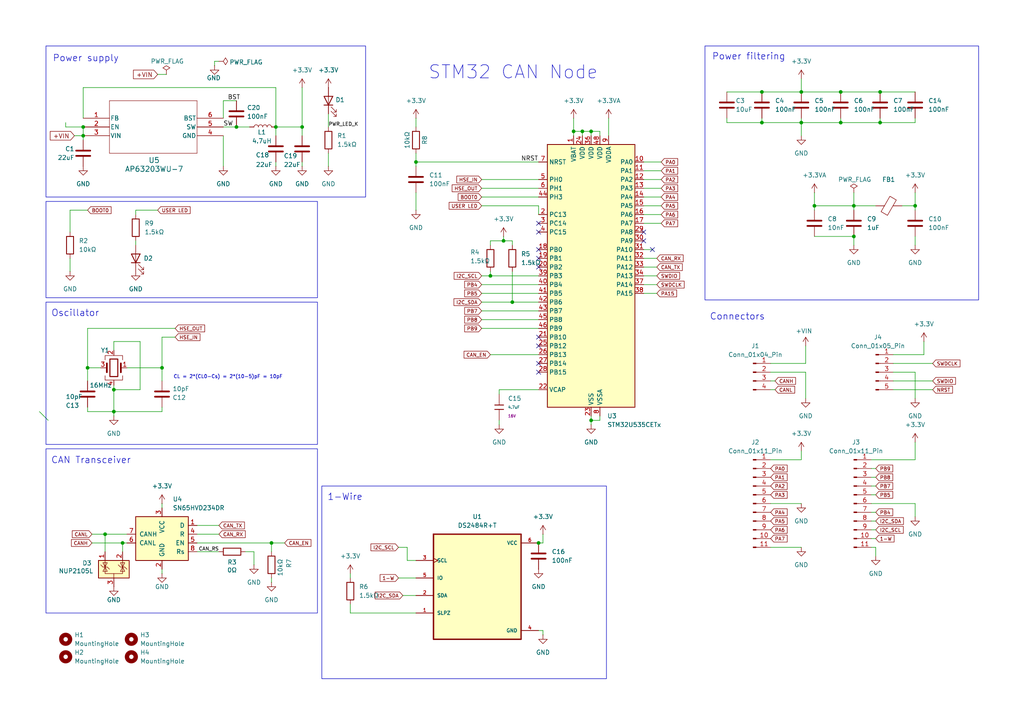
<source format=kicad_sch>
(kicad_sch (version 20250114) (generator "eeschema") (generator_version "9.0")
  (paper "A4")
  (title_block (title "STM32 CAN Node") (date "2025-05-11"))
  (rectangle (start 13.335 130.175) (end 92.075 177.8))
  (rectangle (start 13.335 13.335) (end 106.045 57.15))
  (rectangle (start 13.335 58.42) (end 92.075 86.36))
  (rectangle (start 13.335 87.63) (end 92.075 128.905))
  (rectangle (start 93.345 140.97) (end 175.895 196.85))
  (rectangle (start 204.47 13.335) (end 283.845 86.995))
  (text "CL = 2*(CL0-Cs) = 2*(10-5)pF = 10pF" (at 50.292 109.982 0) (effects (font (size 1 1)) (justify left bottom)))
  (text "STM32 CAN Node" (at 148.844 21.082 0) (effects (font (size 3.81 3.81))))
  (text "Oscillator" (at 21.844 90.932 0) (effects (font (size 1.905 1.905))))
  (text "Power filtering" (at 217.17 16.51 0) (effects (font (size 1.905 1.905))))
  (text "1-Wire" (at 100.076 144.272 0) (effects (font (size 1.905 1.905))))
  (text "Connectors" (at 213.868 91.948 0) (effects (font (size 1.905 1.905))))
  (text "Power supply" (at 24.892 17.018 0) (effects (font (size 1.905 1.905))))
  (text "CAN Transceiver" (at 26.416 133.604 0) (effects (font (size 1.905 1.905))))
  (junction (at 30.48 154.94))
  (junction (at 168.91 38.1))
  (junction (at 33.02 113.03))
  (junction (at 255.27 35.56))
  (junction (at 247.65 59.69))
  (junction (at 120.65 46.99))
  (junction (at 80.01 36.83))
  (junction (at 166.37 38.1))
  (junction (at 171.45 121.92))
  (junction (at 220.98 26.67))
  (junction (at 142.24 80.01))
  (junction (at 78.74 157.48))
  (junction (at 243.84 26.67))
  (junction (at 35.56 157.48))
  (junction (at 171.45 38.1))
  (junction (at 46.99 106.68))
  (junction (at 247.65 68.58))
  (junction (at 265.43 59.69))
  (junction (at 146.05 69.85))
  (junction (at 255.27 26.67))
  (junction (at 24.13 36.83))
  (junction (at 232.41 35.56))
  (junction (at 236.22 59.69))
  (junction (at 68.58 36.83))
  (junction (at 24.13 39.37))
  (junction (at 220.98 35.56))
  (junction (at 25.4 106.68))
  (junction (at 148.59 87.63))
  (junction (at 156.21 157.48))
  (junction (at 232.41 26.67))
  (junction (at 243.84 35.56))
  (junction (at 33.02 119.38))
  (junction (at 87.63 36.83))
  (no_connect (at 186.69 69.85))
  (no_connect (at 156.21 100.33))
  (no_connect (at 156.21 77.47))
  (no_connect (at 156.21 72.39))
  (no_connect (at 156.21 64.77))
  (no_connect (at 156.21 107.95))
  (no_connect (at 186.69 67.31))
  (no_connect (at 156.21 67.31))
  (no_connect (at 156.21 74.93))
  (no_connect (at 189.23 72.39))
  (no_connect (at 156.21 105.41))
  (no_connect (at 156.21 97.79))
  (bus_entry (at 11.43 119.38) (size 2.54 2.54))
  (wire (pts (xy 236.22 59.69) (xy 247.65 59.69)))
  (wire (pts (xy 265.43 68.58) (xy 265.43 71.12)))
  (wire (pts (xy 233.68 105.41) (xy 233.68 100.33)))
  (wire (pts (xy 142.24 69.85) (xy 146.05 69.85)))
  (wire (pts (xy 139.7 85.09) (xy 156.21 85.09)))
  (wire (pts (xy 265.43 35.56) (xy 255.27 35.56)))
  (wire (pts (xy 186.69 72.39) (xy 189.23 72.39)))
  (wire (pts (xy 139.7 87.63) (xy 148.59 87.63)))
  (wire (pts (xy 115.57 158.75) (xy 118.11 158.75)))
  (wire (pts (xy 80.01 48.26) (xy 80.01 46.99)))
  (wire (pts (xy 243.84 34.29) (xy 243.84 35.56)))
  (wire (pts (xy 33.02 113.03) (xy 33.02 119.38)))
  (wire (pts (xy 39.37 60.96) (xy 45.72 60.96)))
  (wire (pts (xy 64.77 39.37) (xy 64.77 48.26)))
  (wire (pts (xy 186.69 85.09) (xy 190.5 85.09)))
  (wire (pts (xy 252.73 140.97) (xy 254 140.97)))
  (wire (pts (xy 232.41 26.67) (xy 243.84 26.67)))
  (wire (pts (xy 57.15 154.94) (xy 63.5 154.94)))
  (wire (pts (xy 19.05 36.83) (xy 19.05 35.56)))
  (wire (pts (xy 20.32 67.31) (xy 20.32 60.96)))
  (wire (pts (xy 25.4 106.68) (xy 25.4 110.49)))
  (wire (pts (xy 265.43 55.88) (xy 265.43 59.69)))
  (wire (pts (xy 173.99 121.92) (xy 171.45 121.92)))
  (wire (pts (xy 191.77 49.53) (xy 186.69 49.53)))
  (wire (pts (xy 156.21 182.88) (xy 157.48 182.88)))
  (wire (pts (xy 223.52 110.49) (xy 224.79 110.49)))
  (wire (pts (xy 46.99 119.38) (xy 33.02 119.38)))
  (wire (pts (xy 191.77 52.07) (xy 186.69 52.07)))
  (wire (pts (xy 252.73 138.43) (xy 254 138.43)))
  (wire (pts (xy 24.13 36.83) (xy 24.13 39.37)))
  (wire (pts (xy 87.63 39.37) (xy 87.63 36.83)))
  (wire (pts (xy 139.7 90.17) (xy 156.21 90.17)))
  (wire (pts (xy 120.65 46.99) (xy 120.65 48.26)))
  (wire (pts (xy 191.77 54.61) (xy 186.69 54.61)))
  (wire (pts (xy 68.58 36.83) (xy 72.39 36.83)))
  (wire (pts (xy 186.69 82.55) (xy 190.5 82.55)))
  (wire (pts (xy 232.41 34.29) (xy 232.41 35.56)))
  (wire (pts (xy 25.4 106.68) (xy 25.4 95.25)))
  (wire (pts (xy 247.65 55.88) (xy 247.65 59.69)))
  (wire (pts (xy 223.52 107.95) (xy 233.68 107.95)))
  (wire (pts (xy 252.73 158.75) (xy 254 158.75)))
  (wire (pts (xy 232.41 130.81) (xy 232.41 133.35)))
  (wire (pts (xy 171.45 121.92) (xy 171.45 123.19)))
  (wire (pts (xy 35.56 157.48) (xy 35.56 160.02)))
  (wire (pts (xy 236.22 55.88) (xy 236.22 59.69)))
  (wire (pts (xy 144.78 121.92) (xy 144.78 123.19)))
  (wire (pts (xy 139.7 82.55) (xy 156.21 82.55)))
  (wire (pts (xy 45.72 21.59) (xy 48.26 21.59)))
  (wire (pts (xy 232.41 35.56) (xy 220.98 35.56)))
  (wire (pts (xy 265.43 107.95) (xy 265.43 115.57)))
  (wire (pts (xy 186.69 77.47) (xy 190.5 77.47)))
  (wire (pts (xy 25.4 95.25) (xy 50.8 95.25)))
  (wire (pts (xy 186.69 80.01) (xy 190.5 80.01)))
  (wire (pts (xy 40.64 99.06) (xy 40.64 113.03)))
  (wire (pts (xy 118.11 158.75) (xy 118.11 162.56)))
  (wire (pts (xy 267.97 102.87) (xy 267.97 99.06)))
  (wire (pts (xy 252.73 143.51) (xy 254 143.51)))
  (wire (pts (xy 171.45 120.65) (xy 171.45 121.92)))
  (wire (pts (xy 255.27 26.67) (xy 265.43 26.67)))
  (wire (pts (xy 171.45 38.1) (xy 171.45 39.37)))
  (wire (pts (xy 255.27 35.56) (xy 255.27 34.29)))
  (wire (pts (xy 40.64 113.03) (xy 33.02 113.03)))
  (wire (pts (xy 46.99 166.37) (xy 46.99 165.1)))
  (wire (pts (xy 223.52 105.41) (xy 233.68 105.41)))
  (wire (pts (xy 261.62 59.69) (xy 265.43 59.69)))
  (wire (pts (xy 21.59 39.37) (xy 24.13 39.37)))
  (wire (pts (xy 120.65 44.45) (xy 120.65 46.99)))
  (wire (pts (xy 265.43 146.05) (xy 265.43 149.86)))
  (wire (pts (xy 232.41 22.86) (xy 232.41 26.67)))
  (wire (pts (xy 78.74 157.48) (xy 82.55 157.48)))
  (wire (pts (xy 39.37 62.23) (xy 39.37 60.96)))
  (wire (pts (xy 232.41 39.37) (xy 232.41 35.56)))
  (wire (pts (xy 80.01 39.37) (xy 80.01 36.83)))
  (wire (pts (xy 64.77 29.21) (xy 64.77 34.29)))
  (wire (pts (xy 101.6 166.37) (xy 101.6 167.64)))
  (wire (pts (xy 191.77 59.69) (xy 186.69 59.69)))
  (wire (pts (xy 220.98 34.29) (xy 220.98 35.56)))
  (wire (pts (xy 168.91 38.1) (xy 171.45 38.1)))
  (wire (pts (xy 259.08 102.87) (xy 267.97 102.87)))
  (wire (pts (xy 30.48 154.94) (xy 36.83 154.94)))
  (wire (pts (xy 233.68 107.95) (xy 233.68 115.57)))
  (wire (pts (xy 148.59 69.85) (xy 148.59 71.12)))
  (wire (pts (xy 80.01 36.83) (xy 87.63 36.83)))
  (wire (pts (xy 191.77 46.99) (xy 186.69 46.99)))
  (wire (pts (xy 57.15 160.02) (xy 63.5 160.02)))
  (wire (pts (xy 64.77 29.21) (xy 68.58 29.21)))
  (wire (pts (xy 80.01 36.83) (xy 80.01 25.4)))
  (wire (pts (xy 265.43 133.35) (xy 265.43 128.27)))
  (wire (pts (xy 139.7 80.01) (xy 142.24 80.01)))
  (wire (pts (xy 116.84 172.72) (xy 120.65 172.72)))
  (wire (pts (xy 144.78 113.03) (xy 144.78 114.3)))
  (wire (pts (xy 166.37 39.37) (xy 166.37 38.1)))
  (wire (pts (xy 33.02 119.38) (xy 33.02 120.65)))
  (wire (pts (xy 157.48 157.48) (xy 157.48 154.94)))
  (wire (pts (xy 87.63 48.26) (xy 87.63 46.99)))
  (wire (pts (xy 139.7 52.07) (xy 156.21 52.07)))
  (wire (pts (xy 24.13 40.64) (xy 24.13 39.37)))
  (wire (pts (xy 46.99 147.32) (xy 46.99 146.05)))
  (wire (pts (xy 78.74 157.48) (xy 78.74 160.02)))
  (wire (pts (xy 46.99 106.68) (xy 36.83 106.68)))
  (wire (pts (xy 220.98 26.67) (xy 232.41 26.67)))
  (wire (pts (xy 29.21 106.68) (xy 25.4 106.68)))
  (wire (pts (xy 101.6 177.8) (xy 120.65 177.8)))
  (wire (pts (xy 252.73 153.67) (xy 254 153.67)))
  (wire (pts (xy 157.48 157.48) (xy 156.21 157.48)))
  (wire (pts (xy 30.48 154.94) (xy 30.48 160.02)))
  (wire (pts (xy 24.13 36.83) (xy 19.05 36.83)))
  (wire (pts (xy 142.24 102.87) (xy 156.21 102.87)))
  (wire (pts (xy 46.99 97.79) (xy 50.8 97.79)))
  (wire (pts (xy 101.6 175.26) (xy 101.6 177.8)))
  (wire (pts (xy 73.66 160.02) (xy 73.66 163.83)))
  (wire (pts (xy 252.73 133.35) (xy 265.43 133.35)))
  (wire (pts (xy 232.41 133.35) (xy 223.52 133.35)))
  (wire (pts (xy 236.22 60.96) (xy 236.22 59.69)))
  (wire (pts (xy 62.23 17.78) (xy 62.23 19.05)))
  (wire (pts (xy 33.02 101.6) (xy 33.02 99.06)))
  (wire (pts (xy 63.5 17.78) (xy 62.23 17.78)))
  (wire (pts (xy 120.65 46.99) (xy 156.21 46.99)))
  (wire (pts (xy 223.52 158.75) (xy 232.41 158.75)))
  (wire (pts (xy 142.24 71.12) (xy 142.24 69.85)))
  (wire (pts (xy 186.69 74.93) (xy 190.5 74.93)))
  (wire (pts (xy 166.37 38.1) (xy 168.91 38.1)))
  (wire (pts (xy 236.22 68.58) (xy 247.65 68.58)))
  (wire (pts (xy 223.52 146.05) (xy 232.41 146.05)))
  (wire (pts (xy 191.77 57.15) (xy 186.69 57.15)))
  (wire (pts (xy 247.65 60.96) (xy 247.65 59.69)))
  (wire (pts (xy 265.43 59.69) (xy 265.43 60.96)))
  (wire (pts (xy 265.43 107.95) (xy 259.08 107.95)))
  (wire (pts (xy 259.08 105.41) (xy 270.51 105.41)))
  (wire (pts (xy 118.11 162.56) (xy 120.65 162.56)))
  (wire (pts (xy 259.08 113.03) (xy 270.51 113.03)))
  (wire (pts (xy 139.7 95.25) (xy 156.21 95.25)))
  (wire (pts (xy 148.59 78.74) (xy 148.59 87.63)))
  (wire (pts (xy 142.24 80.01) (xy 156.21 80.01)))
  (wire (pts (xy 247.65 71.12) (xy 247.65 68.58)))
  (wire (pts (xy 156.21 59.69) (xy 156.21 62.23)))
  (wire (pts (xy 24.13 25.4) (xy 24.13 34.29)))
  (wire (pts (xy 20.32 74.93) (xy 20.32 78.74)))
  (wire (pts (xy 243.84 26.67) (xy 255.27 26.67)))
  (wire (pts (xy 26.67 157.48) (xy 35.56 157.48)))
  (wire (pts (xy 210.82 35.56) (xy 220.98 35.56)))
  (wire (pts (xy 71.12 160.02) (xy 73.66 160.02)))
  (wire (pts (xy 46.99 106.68) (xy 46.99 110.49)))
  (wire (pts (xy 95.25 33.02) (xy 95.25 36.83)))
  (wire (pts (xy 120.65 55.88) (xy 120.65 60.96)))
  (wire (pts (xy 148.59 69.85) (xy 146.05 69.85)))
  (wire (pts (xy 146.05 68.58) (xy 146.05 69.85)))
  (wire (pts (xy 46.99 118.11) (xy 46.99 119.38)))
  (wire (pts (xy 191.77 62.23) (xy 186.69 62.23)))
  (wire (pts (xy 20.32 60.96) (xy 25.4 60.96)))
  (wire (pts (xy 26.67 154.94) (xy 30.48 154.94)))
  (wire (pts (xy 252.73 135.89) (xy 254 135.89)))
  (wire (pts (xy 210.82 26.67) (xy 220.98 26.67)))
  (wire (pts (xy 252.73 148.59) (xy 254 148.59)))
  (wire (pts (xy 139.7 57.15) (xy 156.21 57.15)))
  (wire (pts (xy 33.02 99.06) (xy 40.64 99.06)))
  (wire (pts (xy 259.08 110.49) (xy 270.51 110.49)))
  (wire (pts (xy 87.63 25.4) (xy 87.63 36.83)))
  (wire (pts (xy 252.73 156.21) (xy 254 156.21)))
  (wire (pts (xy 210.82 34.29) (xy 210.82 35.56)))
  (wire (pts (xy 223.52 113.03) (xy 224.79 113.03)))
  (wire (pts (xy 57.15 152.4) (xy 63.5 152.4)))
  (wire (pts (xy 142.24 78.74) (xy 142.24 80.01)))
  (wire (pts (xy 247.65 59.69) (xy 254 59.69)))
  (wire (pts (xy 139.7 92.71) (xy 156.21 92.71)))
  (wire (pts (xy 173.99 38.1) (xy 173.99 39.37)))
  (wire (pts (xy 168.91 38.1) (xy 168.91 39.37)))
  (wire (pts (xy 252.73 151.13) (xy 254 151.13)))
  (wire (pts (xy 265.43 34.29) (xy 265.43 35.56)))
  (wire (pts (xy 176.53 34.29) (xy 176.53 39.37)))
  (wire (pts (xy 243.84 35.56) (xy 255.27 35.56)))
  (wire (pts (xy 254 158.75) (xy 254 161.29)))
  (wire (pts (xy 156.21 113.03) (xy 144.78 113.03)))
  (wire (pts (xy 166.37 34.29) (xy 166.37 38.1)))
  (wire (pts (xy 115.57 167.64) (xy 120.65 167.64)))
  (wire (pts (xy 33.02 113.03) (xy 33.02 111.76)))
  (wire (pts (xy 252.73 146.05) (xy 265.43 146.05)))
  (wire (pts (xy 33.02 119.38) (xy 25.4 119.38)))
  (wire (pts (xy 139.7 59.69) (xy 156.21 59.69)))
  (wire (pts (xy 148.59 87.63) (xy 156.21 87.63)))
  (wire (pts (xy 157.48 182.88) (xy 157.48 184.15)))
  (wire (pts (xy 191.77 64.77) (xy 186.69 64.77)))
  (wire (pts (xy 95.25 48.26) (xy 95.25 44.45)))
  (wire (pts (xy 46.99 97.79) (xy 46.99 106.68)))
  (wire (pts (xy 171.45 38.1) (xy 173.99 38.1)))
  (wire (pts (xy 64.77 36.83) (xy 68.58 36.83)))
  (wire (pts (xy 57.15 157.48) (xy 78.74 157.48)))
  (wire (pts (xy 120.65 34.29) (xy 120.65 36.83)))
  (wire (pts (xy 173.99 120.65) (xy 173.99 121.92)))
  (wire (pts (xy 139.7 54.61) (xy 156.21 54.61)))
  (wire (pts (xy 25.4 119.38) (xy 25.4 118.11)))
  (wire (pts (xy 80.01 25.4) (xy 24.13 25.4)))
  (wire (pts (xy 36.83 157.48) (xy 35.56 157.48)))
  (wire (pts (xy 232.41 35.56) (xy 243.84 35.56)))
  (wire (pts (xy 78.74 167.64) (xy 78.74 168.91)))
  (wire (pts (xy 39.37 69.85) (xy 39.37 71.12)))
  (label "PWR_LED_K" (at 95.25 36.83 0) (effects (font (size 1.016 1.016))))
  (label "NRST" (at 151.13 46.99 0))
  (label "SW" (at 64.77 36.83 0))
  (label "CAN_RS" (at 63.5 160.02 180) (effects (font (size 1.016 1.016))))
  (label "BST" (at 66.04 29.21 0))
  (global_label "PB7" (shape input) (at 254 140.97 0) (effects (font (size 1.016 1.016))) (property "Intersheetrefs" "${INTERSHEET_REFS}" (effects (hide yes))))
  (global_label "PA1" (shape input) (at 223.52 138.43 0) (effects (font (size 1.016 1.016))) (property "Intersheetrefs" "${INTERSHEET_REFS}" (effects (hide yes))))
  (global_label "CAN_TX" (shape input) (at 190.5 77.47 0) (effects (font (size 1.016 1.016))) (property "Intersheetrefs" "${INTERSHEET_REFS}" (effects (hide yes))))
  (global_label "I2C_SCL" (shape input) (at 115.57 158.75 180) (effects (font (size 1.016 1.016))) (property "Intersheetrefs" "${INTERSHEET_REFS}" (effects (hide yes))))
  (global_label "PA1" (shape input) (at 191.77 49.53 0) (effects (font (size 1.016 1.016))) (property "Intersheetrefs" "${INTERSHEET_REFS}" (effects (hide yes))))
  (global_label "HSE_IN" (shape input) (at 50.8 97.79 0) (effects (font (size 1.016 1.016))) (property "Intersheetrefs" "${INTERSHEET_REFS}" (effects (hide yes))))
  (global_label "CAN_EN" (shape input) (at 142.24 102.87 180) (effects (font (size 1.016 1.016))) (property "Intersheetrefs" "${INTERSHEET_REFS}" (effects (hide yes))))
  (global_label "SWDCLK" (shape input) (at 190.5 82.55 0) (effects (font (size 1.016 1.016))) (property "Intersheetrefs" "${INTERSHEET_REFS}" (effects (hide yes))))
  (global_label "CAN_EN" (shape input) (at 82.55 157.48 0) (effects (font (size 1.016 1.016))) (property "Intersheetrefs" "${INTERSHEET_REFS}" (effects (hide yes))))
  (global_label "PB5" (shape input) (at 254 143.51 0) (effects (font (size 1.016 1.016))) (property "Intersheetrefs" "${INTERSHEET_REFS}" (effects (hide yes))))
  (global_label "SWDIO" (shape input) (at 270.51 110.49 0) (effects (font (size 1.016 1.016))) (property "Intersheetrefs" "${INTERSHEET_REFS}" (effects (hide yes))))
  (global_label "CANL" (shape input) (at 26.67 154.94 180) (effects (font (size 1.016 1.016))) (property "Intersheetrefs" "${INTERSHEET_REFS}" (effects (hide yes))))
  (global_label "PA5" (shape input) (at 223.52 151.13 0) (effects (font (size 1.016 1.016))) (property "Intersheetrefs" "${INTERSHEET_REFS}" (effects (hide yes))))
  (global_label "PA7" (shape input) (at 223.52 156.21 0) (effects (font (size 1.016 1.016))) (property "Intersheetrefs" "${INTERSHEET_REFS}" (effects (hide yes))))
  (global_label "1-W" (shape input) (at 115.57 167.64 180) (effects (font (size 1.016 1.016))) (property "Intersheetrefs" "${INTERSHEET_REFS}" (effects (hide yes))))
  (global_label "CAN_RX" (shape input) (at 190.5 74.93 0) (effects (font (size 1.016 1.016))) (property "Intersheetrefs" "${INTERSHEET_REFS}" (effects (hide yes))))
  (global_label "PB5" (shape input) (at 139.7 85.09 180) (effects (font (size 1.016 1.016))) (property "Intersheetrefs" "${INTERSHEET_REFS}" (effects (hide yes))))
  (global_label "USER LED" (shape input) (at 45.72 60.96 0) (effects (font (size 1.016 1.016))) (property "Intersheetrefs" "${INTERSHEET_REFS}" (effects (hide yes))))
  (global_label "PA4" (shape input) (at 223.52 148.59 0) (effects (font (size 1.016 1.016))) (property "Intersheetrefs" "${INTERSHEET_REFS}" (effects (hide yes))))
  (global_label "I2C_SDA" (shape input) (at 139.7 87.63 180) (effects (font (size 1.016 1.016))) (property "Intersheetrefs" "${INTERSHEET_REFS}" (effects (hide yes))))
  (global_label "PB9" (shape input) (at 139.7 95.25 180) (effects (font (size 1.016 1.016))) (property "Intersheetrefs" "${INTERSHEET_REFS}" (effects (hide yes))))
  (global_label "HSE_IN" (shape input) (at 139.7 52.07 180) (effects (font (size 1.016 1.016))) (property "Intersheetrefs" "${INTERSHEET_REFS}" (effects (hide yes))))
  (global_label "PA2" (shape input) (at 191.77 52.07 0) (effects (font (size 1.016 1.016))) (property "Intersheetrefs" "${INTERSHEET_REFS}" (effects (hide yes))))
  (global_label "PA5" (shape input) (at 191.77 59.69 0) (effects (font (size 1.016 1.016))) (property "Intersheetrefs" "${INTERSHEET_REFS}" (effects (hide yes))))
  (global_label "CANH" (shape input) (at 224.79 110.49 0) (effects (font (size 1.016 1.016))) (property "Intersheetrefs" "${INTERSHEET_REFS}" (effects (hide yes))))
  (global_label "PB7" (shape input) (at 139.7 90.17 180) (effects (font (size 1.016 1.016))) (property "Intersheetrefs" "${INTERSHEET_REFS}" (effects (hide yes))))
  (global_label "I2C_SDA" (shape input) (at 254 151.13 0) (effects (font (size 1.016 1.016))) (property "Intersheetrefs" "${INTERSHEET_REFS}" (effects (hide yes))))
  (global_label "PA3" (shape input) (at 223.52 143.51 0) (effects (font (size 1.016 1.016))) (property "Intersheetrefs" "${INTERSHEET_REFS}" (effects (hide yes))))
  (global_label "HSE_OUT" (shape input) (at 139.7 54.61 180) (effects (font (size 1.016 1.016))) (property "Intersheetrefs" "${INTERSHEET_REFS}" (effects (hide yes))))
  (global_label "PA4" (shape input) (at 191.77 57.15 0) (effects (font (size 1.016 1.016))) (property "Intersheetrefs" "${INTERSHEET_REFS}" (effects (hide yes))))
  (global_label "I2C_SDA" (shape input) (at 116.84 172.72 180) (effects (font (size 1.016 1.016))) (property "Intersheetrefs" "${INTERSHEET_REFS}" (effects (hide yes))))
  (global_label "+VIN" (shape input) (at 21.59 39.37 180) (property "Intersheetrefs" "${INTERSHEET_REFS}" (effects (hide yes))))
  (global_label "BOOT0" (shape input) (at 139.7 57.15 180) (effects (font (size 1.016 1.016))) (property "Intersheetrefs" "${INTERSHEET_REFS}" (effects (hide yes))))
  (global_label "1-W" (shape input) (at 254 156.21 0) (effects (font (size 1.016 1.016))) (property "Intersheetrefs" "${INTERSHEET_REFS}" (effects (hide yes))))
  (global_label "I2C_SCL" (shape input) (at 254 153.67 0) (effects (font (size 1.016 1.016))) (property "Intersheetrefs" "${INTERSHEET_REFS}" (effects (hide yes))))
  (global_label "PA15" (shape input) (at 190.5 85.09 0) (effects (font (size 1.016 1.016))) (property "Intersheetrefs" "${INTERSHEET_REFS}" (effects (hide yes))))
  (global_label "CAN_RX" (shape input) (at 63.5 154.94 0) (effects (font (size 1.016 1.016))) (property "Intersheetrefs" "${INTERSHEET_REFS}" (effects (hide yes))))
  (global_label "BOOT0" (shape input) (at 25.4 60.96 0) (effects (font (size 1.016 1.016))) (property "Intersheetrefs" "${INTERSHEET_REFS}" (effects (hide yes))))
  (global_label "+VIN" (shape input) (at 45.72 21.59 180) (property "Intersheetrefs" "${INTERSHEET_REFS}" (effects (hide yes))))
  (global_label "HSE_OUT" (shape input) (at 50.8 95.25 0) (effects (font (size 1.016 1.016))) (property "Intersheetrefs" "${INTERSHEET_REFS}" (effects (hide yes))))
  (global_label "PA6" (shape input) (at 223.52 153.67 0) (effects (font (size 1.016 1.016))) (property "Intersheetrefs" "${INTERSHEET_REFS}" (effects (hide yes))))
  (global_label "SWDCLK" (shape input) (at 270.51 105.41 0) (effects (font (size 1.016 1.016))) (property "Intersheetrefs" "${INTERSHEET_REFS}" (effects (hide yes))))
  (global_label "CAN_TX" (shape input) (at 63.5 152.4 0) (effects (font (size 1.016 1.016))) (property "Intersheetrefs" "${INTERSHEET_REFS}" (effects (hide yes))))
  (global_label "PB4" (shape input) (at 139.7 82.55 180) (effects (font (size 1.016 1.016))) (property "Intersheetrefs" "${INTERSHEET_REFS}" (effects (hide yes))))
  (global_label "PB4" (shape input) (at 254 148.59 0) (effects (font (size 1.016 1.016))) (property "Intersheetrefs" "${INTERSHEET_REFS}" (effects (hide yes))))
  (global_label "PA3" (shape input) (at 191.77 54.61 0) (effects (font (size 1.016 1.016))) (property "Intersheetrefs" "${INTERSHEET_REFS}" (effects (hide yes))))
  (global_label "NRST" (shape input) (at 270.51 113.03 0) (effects (font (size 1.016 1.016))) (property "Intersheetrefs" "${INTERSHEET_REFS}" (effects (hide yes))))
  (global_label "PA0" (shape input) (at 191.77 46.99 0) (effects (font (size 1.016 1.016))) (property "Intersheetrefs" "${INTERSHEET_REFS}" (effects (hide yes))))
  (global_label "USER LED" (shape input) (at 139.7 59.69 180) (effects (font (size 1.016 1.016))) (property "Intersheetrefs" "${INTERSHEET_REFS}" (effects (hide yes))))
  (global_label "PB8" (shape input) (at 254 138.43 0) (effects (font (size 1.016 1.016))) (property "Intersheetrefs" "${INTERSHEET_REFS}" (effects (hide yes))))
  (global_label "SWDIO" (shape input) (at 190.5 80.01 0) (effects (font (size 1.016 1.016))) (property "Intersheetrefs" "${INTERSHEET_REFS}" (effects (hide yes))))
  (global_label "CANL" (shape input) (at 224.79 113.03 0) (effects (font (size 1.016 1.016))) (property "Intersheetrefs" "${INTERSHEET_REFS}" (effects (hide yes))))
  (global_label "PA0" (shape input) (at 223.52 135.89 0) (effects (font (size 1.016 1.016))) (property "Intersheetrefs" "${INTERSHEET_REFS}" (effects (hide yes))))
  (global_label "CANH" (shape input) (at 26.67 157.48 180) (effects (font (size 1.016 1.016))) (property "Intersheetrefs" "${INTERSHEET_REFS}" (effects (hide yes))))
  (global_label "PA7" (shape input) (at 191.77 64.77 0) (effects (font (size 1.016 1.016))) (property "Intersheetrefs" "${INTERSHEET_REFS}" (effects (hide yes))))
  (global_label "PA6" (shape input) (at 191.77 62.23 0) (effects (font (size 1.016 1.016))) (property "Intersheetrefs" "${INTERSHEET_REFS}" (effects (hide yes))))
  (global_label "I2C_SCL" (shape input) (at 139.7 80.01 180) (effects (font (size 1.016 1.016))) (property "Intersheetrefs" "${INTERSHEET_REFS}" (effects (hide yes))))
  (global_label "PA2" (shape input) (at 223.52 140.97 0) (effects (font (size 1.016 1.016))) (property "Intersheetrefs" "${INTERSHEET_REFS}" (effects (hide yes))))
  (global_label "PB8" (shape input) (at 139.7 92.71 180) (effects (font (size 1.016 1.016))) (property "Intersheetrefs" "${INTERSHEET_REFS}" (effects (hide yes))))
  (global_label "PB9" (shape input) (at 254 135.89 0) (effects (font (size 1.016 1.016))) (property "Intersheetrefs" "${INTERSHEET_REFS}" (effects (hide yes))))
  (symbol (lib_id "Device:FerriteBead") (at 257.81 59.69 90) (unit 1)
    (property "Reference" "FB1" (at 257.7592 52.07 90))
    (property "Value" "FCM1608KF-601T05" (effects (hide yes)))
    (property "Footprint" "Inductor_SMD:L_0805_2012Metric" (effects (hide yes)))
  )
  (symbol (lib_id "Mechanical:MountingHole") (at 19.05 185.42 0) (unit 1) (in_bom no)
    (property "Reference" "H1" (at 21.59 184.1499 0) (effects (justify left)))
    (property "Value" "MountingHole" (at 21.59 186.6899 0) (effects (justify left)))
    (property "Footprint" "MountingHole:MountingHole_2.2mm_M2" (effects (hide yes)))
    (property "Description" "Mounting Hole without connection" (effects (hide yes)))
  )
  (symbol (lib_id "Device:R") (at 148.59 74.93 0) (unit 1)
    (property "Reference" "R5" (at 151.13 73.6599 0) (effects (justify left)))
    (property "Value" "1.5kΩ" (at 151.13 76.1999 0) (effects (justify left)))
    (property "Footprint" "Resistor_SMD:R_0402_1005Metric" (effects (hide yes)))
  )
  (symbol (lib_id "Device:C") (at 243.84 30.48 0) (unit 1)
    (property "Reference" "C6" (at 247.65 29.2099 0) (effects (justify left)))
    (property "Value" "100nF" (at 247.65 31.7499 0) (effects (justify left)))
    (property "Footprint" "Capacitor_SMD:C_0402_1005Metric" (effects (hide yes)))
  )
  (symbol (lib_name "+3.3VA_1") (lib_id "power:+3.3VA") (at 236.22 55.88 0) (unit 1)
    (property "Reference" "#PWR05" (effects (hide yes)))
    (property "Value" "+3.3VA" (at 236.22 50.8 0))
    (property "Description" "Power symbol creates a global label with name \"+3.3VA\"" (effects (hide yes)))
  )
  (symbol (lib_name "+3.3V_2") (lib_id "power:+3.3V") (at 267.97 99.06 0) (unit 1)
    (property "Reference" "#PWR030" (effects (hide yes)))
    (property "Value" "+3.3V" (at 267.97 93.98 0))
    (property "Description" "Power symbol creates a global label with name \"+3.3V\"" (effects (hide yes)))
  )
  (symbol (lib_id "Device:R") (at 95.25 40.64 0) (unit 1)
    (property "Reference" "R1" (at 97.79 39.3699 0) (effects (justify left)))
    (property "Value" "1.5kΩ" (at 97.79 41.9099 0) (effects (justify left)))
    (property "Footprint" "Resistor_SMD:R_0402_1005Metric" (effects (hide yes)))
  )
  (symbol (lib_name "+3.3VA_1") (lib_id "power:+3.3VA") (at 176.53 34.29 0) (unit 1)
    (property "Reference" "#PWR04" (effects (hide yes)))
    (property "Value" "+3.3VA" (at 176.53 29.21 0))
    (property "Description" "Power symbol creates a global label with name \"+3.3VA\"" (effects (hide yes)))
  )
  (symbol (lib_id "Device:C") (at 25.4 114.3 0) (mirror y) (unit 1)
    (property "Reference" "C13" (at 19.05 117.602 0) (effects (justify right)))
    (property "Value" "10pF" (at 19.05 115.062 0) (effects (justify right)))
    (property "Footprint" "Capacitor_SMD:C_0402_1005Metric" (effects (hide yes)))
  )
  (symbol (lib_name "GND_1") (lib_id "power:GND") (at 232.41 146.05 0) (mirror y) (unit 1)
    (property "Reference" "#PWR016" (effects (hide yes)))
    (property "Value" "GND" (at 232.41 151.13 0))
    (property "Description" "Power symbol creates a global label with name \"GND\" , ground" (effects (hide yes)))
  )
  (symbol (lib_id "Device:C") (at 24.13 44.45 0) (mirror y) (unit 1)
    (property "Reference" "C1" (at 21.59 43.18 0) (effects (justify left)))
    (property "Value" "22uF" (at 21.59 45.72 0) (effects (justify left)))
    (property "Footprint" "Capacitor_SMD:C_0805_2012Metric" (effects (hide yes)))
    (property "Description" "Ceramic, greater than 10uF" (effects (hide yes)))
  )
  (symbol (lib_id "PCM_JLCPCB-Resistors:0402,10kΩ") (at 67.31 160.02 270) (mirror x) (unit 1)
    (property "Reference" "R3" (at 67.31 163.068 90))
    (property "Value" "0Ω" (at 67.31 165.354 90))
    (property "Footprint" "Resistor_SMD:R_0402_1005Metric" (effects (hide yes)))
    (property "Datasheet" "https://www.lcsc.com/datasheet/lcsc_datasheet_2411221126_UNI-ROYAL-Uniroyal-Elec-0402WGF1002TCE_C25744.pdf" (effects (hide yes)))
    (property "Description" "62.5mW Thick Film Resistors 50V ±100ppm/°C ±1% 10kΩ 0402 Chip Resistor - Surface Mount ROHS" (effects (hide yes)))
    (property "LCSC" "C25744" (effects (hide yes)))
    (property "Stock" "13561136" (effects (hide yes)))
    (property "Price" "0.004USD" (effects (hide yes)))
    (property "Process" "SMT" (effects (hide yes)))
    (property "Minimum Qty" "5" (effects (hide yes)))
    (property "Attrition Qty" "10" (effects (hide yes)))
    (property "Class" "Basic Component" (effects (hide yes)))
    (property "Category" "Resistors,Chip Resistor - Surface Mount" (effects (hide yes)))
    (property "Manufacturer" "UNI-ROYAL(Uniroyal Elec)" (effects (hide yes)))
    (property "Part" "0402WGF1002TCE" (effects (hide yes)))
    (property "Resistance" "10kΩ" (effects (hide yes)))
    (property "Power(Watts)" "62.5mW" (effects (hide yes)))
    (property "Type" "Thick Film Resistors" (effects (hide yes)))
    (property "Overload Voltage (Max)" "50V" (effects (hide yes)))
    (property "Operating Temperature Range" "-55°C~+155°C" (effects (hide yes)))
    (property "Tolerance" "±1%" (effects (hide yes)))
    (property "Temperature Coefficient" "±100ppm/°C" (effects (hide yes)))
  )
  (symbol (lib_id "Connector:Conn_01x05_Pin") (at 254 107.95 0) (unit 1)
    (property "Reference" "J4" (at 254.635 97.79 0))
    (property "Value" "Conn_01x05_Pin" (at 254.635 100.33 0))
    (property "Footprint" "Connector_PinHeader_1.27mm:PinHeader_1x05_P1.27mm_Vertical" (effects (hide yes)))
    (property "Description" "Generic connector, single row, 01x05, script generated" (effects (hide yes)))
  )
  (symbol (lib_name "+3.3V_2") (lib_id "power:+3.3V") (at 265.43 55.88 0) (unit 1)
    (property "Reference" "#PWR018" (effects (hide yes)))
    (property "Value" "+3.3V" (at 265.43 50.8 0))
    (property "Description" "Power symbol creates a global label with name \"+3.3V\"" (effects (hide yes)))
  )
  (symbol (lib_name "GND_1") (lib_id "power:GND") (at 62.23 19.05 0) (unit 1)
    (property "Reference" "#PWR037" (effects (hide yes)))
    (property "Value" "GND" (at 61.976 22.606 0))
    (property "Description" "Power symbol creates a global label with name \"GND\" , ground" (effects (hide yes)))
  )
  (symbol (lib_id "Mechanical:MountingHole") (at 19.05 190.5 0) (unit 1) (in_bom no)
    (property "Reference" "H2" (at 21.59 189.2299 0) (effects (justify left)))
    (property "Value" "MountingHole" (at 21.59 191.7699 0) (effects (justify left)))
    (property "Footprint" "MountingHole:MountingHole_2.2mm_M2" (effects (hide yes)))
    (property "Description" "Mounting Hole without connection" (effects (hide yes)))
  )
  (symbol (lib_id "Device:C") (at 80.01 43.18 0) (unit 1)
    (property "Reference" "C18" (at 74.168 44.958 0) (effects (justify left)))
    (property "Value" "22uF" (at 74.168 47.752 0) (effects (justify left)))
    (property "Footprint" "Capacitor_SMD:C_0603_1608Metric" (effects (hide yes)))
    (property "Description" "Unpolarized capacitor" (effects (hide yes)))
  )
  (symbol (lib_id "Device:C") (at 156.21 161.29 0) (unit 1)
    (property "Reference" "C16" (at 160.02 160.0199 0) (effects (justify left)))
    (property "Value" "100nF" (at 160.02 162.5599 0) (effects (justify left)))
    (property "Footprint" "Capacitor_SMD:C_0402_1005Metric" (effects (hide yes)))
  )
  (symbol (lib_name "+3.3V_2") (lib_id "power:+3.3V") (at 232.41 130.81 0) (mirror y) (unit 1)
    (property "Reference" "#PWR021" (effects (hide yes)))
    (property "Value" "+3.3V" (at 232.41 125.73 0))
    (property "Description" "Power symbol creates a global label with name \"+3.3V\"" (effects (hide yes)))
  )
  (symbol (lib_id "Device:LED") (at 95.25 29.21 90) (unit 1)
    (property "Reference" "D1" (at 97.282 28.956 90) (effects (justify right)))
    (property "Value" "C397045" (effects (hide yes)))
    (property "Footprint" "LED_SMD:LED_0402_1005Metric" (effects (hide yes)))
    (property "Description" "Light emitting diode" (effects (hide yes)))
    (property "Sim.Pins" "1=K 2=A" (effects (hide yes)))
  )
  (symbol (lib_name "GND_1") (lib_id "power:GND") (at 254 161.29 0) (unit 1)
    (property "Reference" "#PWR042" (effects (hide yes)))
    (property "Value" "GND" (at 254 166.37 0))
    (property "Description" "Power symbol creates a global label with name \"GND\" , ground" (effects (hide yes)))
  )
  (symbol (lib_id "Device:R") (at 20.32 71.12 0) (unit 1)
    (property "Reference" "R2" (at 22.86 69.8499 0) (effects (justify left)))
    (property "Value" "10kΩ" (at 22.86 72.3899 0) (effects (justify left)))
    (property "Footprint" "Resistor_SMD:R_0402_1005Metric" (effects (hide yes)))
    (property "Description" "Resistor" (effects (hide yes)))
  )
  (symbol (lib_id "Device:C") (at 265.43 64.77 0) (unit 1)
    (property "Reference" "C10" (at 269.24 63.4999 0) (effects (justify left)))
    (property "Value" "100nF" (at 269.24 66.0399 0) (effects (justify left)))
    (property "Footprint" "Capacitor_SMD:C_0402_1005Metric" (effects (hide yes)))
  )
  (symbol (lib_id "ap63203:AP63203WU-7") (at 24.13 34.29 0) (unit 1)
    (property "Reference" "U5" (at 44.704 46.482 0) (effects (font (size 1.524 1.524))))
    (property "Value" "AP63203WU-7" (at 44.704 49.022 0) (effects (font (size 1.524 1.524))))
    (property "Footprint" "footprints:AP63203WU-7_DIO" (effects (hide yes)))
    (property "Datasheet" "AP63203WU-7" (effects (hide yes)))
  )
  (symbol (lib_name "+3.3V_2") (lib_id "power:+3.3V") (at 265.43 128.27 0) (unit 1)
    (property "Reference" "#PWR017" (effects (hide yes)))
    (property "Value" "+3.3V" (at 265.43 123.19 0))
    (property "Description" "Power symbol creates a global label with name \"+3.3V\"" (effects (hide yes)))
  )
  (symbol (lib_name "GND_1") (lib_id "power:GND") (at 144.78 123.19 0) (unit 1)
    (property "Reference" "#PWR02" (effects (hide yes)))
    (property "Value" "GND" (at 144.78 128.27 0))
    (property "Description" "Power symbol creates a global label with name \"GND\" , ground" (effects (hide yes)))
  )
  (symbol (lib_id "Device:C") (at 87.63 43.18 0) (unit 1)
    (property "Reference" "C19" (at 82.296 45.212 0) (effects (justify left)))
    (property "Value" "22uF" (at 82.296 47.752 0) (effects (justify left)))
    (property "Footprint" "Capacitor_SMD:C_0603_1608Metric" (effects (hide yes)))
    (property "Description" "Unpolarized capacitor" (effects (hide yes)))
  )
  (symbol (lib_id "Connector:Conn_01x11_Pin") (at 247.65 146.05 0) (unit 1)
    (property "Reference" "J3" (at 248.285 128.27 0))
    (property "Value" "Conn_01x11_Pin" (at 248.285 130.81 0))
    (property "Footprint" "Connector_PinHeader_2.54mm:PinHeader_1x11_P2.54mm_Vertical" (effects (hide yes)))
    (property "Description" "Generic connector, single row, 01x11, script generated" (effects (hide yes)))
  )
  (symbol (lib_name "STM32U535CETx_1") (lib_id "MCU_ST_STM32U5:STM32U535CETx") (at 171.45 80.01 0) (unit 1)
    (property "Reference" "U3" (at 176.1333 120.65 0) (effects (justify left)))
    (property "Value" "STM32U535CETx" (at 176.1333 123.19 0) (effects (justify left)))
    (property "Footprint" "Package_DFN_QFN:QFN-48-1EP_7x7mm_P0.5mm_EP5.6x5.6mm" (effects (hide yes)))
    (property "Datasheet" "https://www.st.com/resource/en/datasheet/stm32u535ce.pdf" (effects (hide yes)))
    (property "Description" "STMicroelectronics Arm Cortex-M33 MCU, 512KB flash, 274KB RAM, 37 GPIO, LQFP48" (effects (hide yes)))
  )
  (symbol (lib_name "GND_1") (lib_id "power:GND") (at 24.13 48.26 0) (unit 1)
    (property "Reference" "#PWR025" (effects (hide yes)))
    (property "Value" "GND" (at 24.13 53.34 0))
    (property "Description" "Power symbol creates a global label with name \"GND\" , ground" (effects (hide yes)))
  )
  (symbol (lib_name "GND_1") (lib_id "power:GND") (at 120.65 60.96 0) (unit 1)
    (property "Reference" "#PWR08" (effects (hide yes)))
    (property "Value" "GND" (at 120.65 66.04 0))
    (property "Description" "Power symbol creates a global label with name \"GND\" , ground" (effects (hide yes)))
  )
  (symbol (lib_name "GND_1") (lib_id "power:GND") (at 232.41 158.75 0) (mirror y) (unit 1)
    (property "Reference" "#PWR029" (effects (hide yes)))
    (property "Value" "GND" (at 232.41 163.83 0))
    (property "Description" "Power symbol creates a global label with name \"GND\" , ground" (effects (hide yes)))
  )
  (symbol (lib_id "Device:C") (at 210.82 30.48 0) (unit 1)
    (property "Reference" "C3" (at 213.36 29.21 0) (effects (justify left)))
    (property "Value" "10uF" (at 213.36 31.75 0) (effects (justify left)))
    (property "Footprint" "Capacitor_SMD:C_0603_1608Metric" (effects (hide yes)))
  )
  (symbol (lib_id "Device:C") (at 220.98 30.48 0) (unit 1)
    (property "Reference" "C4" (at 224.79 29.2099 0) (effects (justify left)))
    (property "Value" "100nF" (at 224.79 31.7499 0) (effects (justify left)))
    (property "Footprint" "Capacitor_SMD:C_0402_1005Metric" (effects (hide yes)))
  )
  (symbol (lib_name "+3.3V_2") (lib_id "power:+3.3V") (at 95.25 25.4 0) (unit 1)
    (property "Reference" "#PWR07" (effects (hide yes)))
    (property "Value" "+3.3V" (at 95.25 20.32 0))
    (property "Description" "Power symbol creates a global label with name \"+3.3V\"" (effects (hide yes)))
  )
  (symbol (lib_id "Power_Protection:NUP2105L") (at 33.02 165.1 0) (unit 1)
    (property "Reference" "D3" (at 23.876 163.322 0) (effects (justify left)))
    (property "Value" "NUP2105L" (at 17.018 165.608 0) (effects (justify left)))
    (property "Footprint" "Package_TO_SOT_SMD:SOT-23" (effects (hide yes)))
    (property "Datasheet" "https://www.onsemi.com/pub_link/Collateral/NUP2105L-D.PDF" (effects (hide yes)))
    (property "Description" "Dual Line CAN Bus Protector, 24Vrwm" (effects (hide yes)))
  )
  (symbol (lib_id "Device:R") (at 142.24 74.93 0) (unit 1)
    (property "Reference" "R4" (at 136.398 73.152 0) (effects (justify left)))
    (property "Value" "1.5kΩ" (at 136.398 75.692 0) (effects (justify left)))
    (property "Footprint" "Resistor_SMD:R_0402_1005Metric" (effects (hide yes)))
  )
  (symbol (lib_id "Device:LED") (at 39.37 74.93 90) (unit 1)
    (property "Reference" "D2" (at 41.656 74.93 90) (effects (justify right)))
    (property "Value" "C165977" (effects (hide yes)))
    (property "Footprint" "LED_SMD:LED_0402_1005Metric" (effects (hide yes)))
    (property "Description" "Light emitting diode" (effects (hide yes)))
    (property "Sim.Pins" "1=K 2=A" (effects (hide yes)))
  )
  (symbol (lib_name "GND_1") (lib_id "power:GND") (at 233.68 115.57 0) (unit 1)
    (property "Reference" "#PWR015" (effects (hide yes)))
    (property "Value" "GND" (at 233.68 120.65 0))
    (property "Description" "Power symbol creates a global label with name \"GND\" , ground" (effects (hide yes)))
  )
  (symbol (lib_name "GND_1") (lib_id "power:GND") (at 95.25 48.26 0) (unit 1)
    (property "Reference" "#PWR03" (effects (hide yes)))
    (property "Value" "GND" (at 95.25 53.34 0))
    (property "Description" "Power symbol creates a global label with name \"GND\" , ground" (effects (hide yes)))
  )
  (symbol (lib_name "+3.3V_2") (lib_id "power:+3.3V") (at 101.6 166.37 0) (unit 1)
    (property "Reference" "#PWR040" (effects (hide yes)))
    (property "Value" "+3.3V" (at 101.6 161.29 0))
    (property "Description" "Power symbol creates a global label with name \"+3.3V\"" (effects (hide yes)))
  )
  (symbol (lib_id "Device:C") (at 68.58 33.02 0) (unit 1)
    (property "Reference" "C20" (at 71.628 31.242 0) (effects (justify left)))
    (property "Value" "100nF" (at 71.628 33.782 0) (effects (justify left)))
    (property "Footprint" "Capacitor_SMD:C_0402_1005Metric" (effects (hide yes)))
    (property "Description" "Unpolarized capacitor" (effects (hide yes)))
  )
  (symbol (lib_id "Device:L") (at 76.2 36.83 90) (unit 1)
    (property "Reference" "L1" (at 75.946 38.354 90))
    (property "Value" "4.7uH" (at 75.946 40.894 90))
    (property "Footprint" "Inductor_SMD_Wurth:L_Wurth_WE-LQSH-4020" (effects (hide yes)))
    (property "Description" "Inductor" (effects (hide yes)))
  )
  (symbol (lib_id "Device:C") (at 46.99 114.3 0) (mirror y) (unit 1)
    (property "Reference" "C12" (at 50.038 115.316 0) (effects (justify right)))
    (property "Value" "10pF" (at 50.038 112.776 0) (effects (justify right)))
    (property "Footprint" "Capacitor_SMD:C_0402_1005Metric" (effects (hide yes)))
  )
  (symbol (lib_id "power:PWR_FLAG") (at 247.65 55.88 0) (unit 1)
    (property "Reference" "#FLG01" (effects (hide yes)))
    (property "Value" "PWR_FLAG" (at 247.904 52.07 0))
  )
  (symbol (lib_id "Device:C") (at 247.65 64.77 0) (unit 1)
    (property "Reference" "C9" (at 251.46 63.4999 0) (effects (justify left)))
    (property "Value" "1uF" (at 251.46 66.0399 0) (effects (justify left)))
    (property "Footprint" "Capacitor_SMD:C_0402_1005Metric" (effects (hide yes)))
  )
  (symbol (lib_id "Mechanical:MountingHole") (at 38.1 185.42 0) (unit 1) (in_bom no)
    (property "Reference" "H3" (at 40.64 184.1499 0) (effects (justify left)))
    (property "Value" "MountingHole" (at 40.64 186.6899 0) (effects (justify left)))
    (property "Footprint" "MountingHole:MountingHole_2.2mm_M2" (effects (hide yes)))
    (property "Description" "Mounting Hole without connection" (effects (hide yes)))
  )
  (symbol (lib_id "Device:R") (at 39.37 66.04 0) (unit 1)
    (property "Reference" "R9" (at 41.91 64.7699 0) (effects (justify left)))
    (property "Value" "1.5kΩ" (at 41.91 67.3099 0) (effects (justify left)))
    (property "Footprint" "Resistor_SMD:R_0402_1005Metric" (effects (hide yes)))
  )
  (symbol (lib_name "GND_1") (lib_id "power:GND") (at 87.63 48.26 0) (unit 1)
    (property "Reference" "#PWR045" (effects (hide yes)))
    (property "Value" "GND" (at 87.63 53.34 0))
    (property "Description" "Power symbol creates a global label with name \"GND\" , ground" (effects (hide yes)))
  )
  (symbol (lib_name "+3.3V_2") (lib_id "power:+3.3V") (at 157.48 154.94 0) (unit 1)
    (property "Reference" "#PWR039" (effects (hide yes)))
    (property "Value" "+3.3V" (at 157.48 149.86 0))
    (property "Description" "Power symbol creates a global label with name \"+3.3V\"" (effects (hide yes)))
  )
  (symbol (lib_name "GND_1") (lib_id "power:GND") (at 156.21 165.1 0) (unit 1)
    (property "Reference" "#PWR041" (effects (hide yes)))
    (property "Value" "GND" (at 156.21 170.18 0))
    (property "Description" "Power symbol creates a global label with name \"GND\" , ground" (effects (hide yes)))
  )
  (symbol (lib_name "+3.3V_2") (lib_id "power:+3.3V") (at 120.65 34.29 0) (unit 1)
    (property "Reference" "#PWR031" (effects (hide yes)))
    (property "Value" "+3.3V" (at 120.65 29.21 0))
    (property "Description" "Power symbol creates a global label with name \"+3.3V\"" (effects (hide yes)))
  )
  (symbol (lib_id "power:PWR_FLAG") (at 48.26 21.59 0) (unit 1)
    (property "Reference" "#FLG02" (effects (hide yes)))
    (property "Value" "PWR_FLAG" (at 48.514 17.78 0))
  )
  (symbol (lib_name "GND_1") (lib_id "power:GND") (at 64.77 48.26 0) (unit 1)
    (property "Reference" "#PWR046" (effects (hide yes)))
    (property "Value" "GND" (at 64.77 53.34 0))
    (property "Description" "Power symbol creates a global label with name \"GND\" , ground" (effects (hide yes)))
  )
  (symbol (lib_name "+3.3V_2") (lib_id "power:+3.3V") (at 232.41 22.86 0) (unit 1)
    (property "Reference" "#PWR013" (effects (hide yes)))
    (property "Value" "+3.3V" (at 232.41 17.78 0))
    (property "Description" "Power symbol creates a global label with name \"+3.3V\"" (effects (hide yes)))
  )
  (symbol (lib_id "Mechanical:MountingHole") (at 38.1 190.5 0) (unit 1) (in_bom no)
    (property "Reference" "H4" (at 40.64 189.2299 0) (effects (justify left)))
    (property "Value" "MountingHole" (at 40.64 191.7699 0) (effects (justify left)))
    (property "Footprint" "MountingHole:MountingHole_2.2mm_M2" (effects (hide yes)))
    (property "Description" "Mounting Hole without connection" (effects (hide yes)))
  )
  (symbol (lib_name "GND_1") (lib_id "power:GND") (at 73.66 163.83 0) (unit 1)
    (property "Reference" "#PWR010" (effects (hide yes)))
    (property "Value" "GND" (at 73.66 168.91 0))
    (property "Description" "Power symbol creates a global label with name \"GND\" , ground" (effects (hide yes)))
  )
  (symbol (lib_name "GND_1") (lib_id "power:GND") (at 265.43 71.12 0) (unit 1)
    (property "Reference" "#PWR028" (effects (hide yes)))
    (property "Value" "GND" (at 265.43 76.2 0))
    (property "Description" "Power symbol creates a global label with name \"GND\" , ground" (effects (hide yes)))
  )
  (symbol (lib_name "GND_1") (lib_id "power:GND") (at 171.45 123.19 0) (unit 1)
    (property "Reference" "#PWR019" (effects (hide yes)))
    (property "Value" "GND" (at 171.45 128.27 0))
    (property "Description" "Power symbol creates a global label with name \"GND\" , ground" (effects (hide yes)))
  )
  (symbol (lib_name "GND_1") (lib_id "power:GND") (at 232.41 39.37 0) (unit 1)
    (property "Reference" "#PWR027" (effects (hide yes)))
    (property "Value" "GND" (at 232.41 44.45 0))
    (property "Description" "Power symbol creates a global label with name \"GND\" , ground" (effects (hide yes)))
  )
  (symbol (lib_id "mrk:DS2484R_T") (at 138.43 170.18 0) (unit 1)
    (property "Reference" "U1" (at 138.43 149.86 0))
    (property "Value" "DS2484R+T" (at 138.43 152.4 0))
    (property "Footprint" "mrk:DS2484" (effects (hide yes)))
    (property "MF" "Maxim Integrated Products" (effects (hide yes)))
    (property "Description_1" "Single Channel 1 Wire Master 6-Pin SOT-23 T/R" (effects (hide yes)))
    (property "Package" "SOT-23-6 Maxim Integrated" (effects (hide yes)))
    (property "Price" "None" (effects (hide yes)))
    (property "MP" "DS2484R+T" (effects (hide yes)))
    (property "Availability" "In Stock" (effects (hide yes)))
  )
  (symbol (lib_name "GND_1") (lib_id "power:GND") (at 33.02 120.65 0) (unit 1)
    (property "Reference" "#PWR06" (effects (hide yes)))
    (property "Value" "GND" (at 33.02 125.73 0))
    (property "Description" "Power symbol creates a global label with name \"GND\" , ground" (effects (hide yes)))
  )
  (symbol (lib_name "GND_1") (lib_id "power:GND") (at 39.37 78.74 0) (unit 1)
    (property "Reference" "#PWR033" (effects (hide yes)))
    (property "Value" "GND" (at 39.37 83.82 0))
    (property "Description" "Power symbol creates a global label with name \"GND\" , ground" (effects (hide yes)))
  )
  (symbol (lib_id "Device:C") (at 236.22 64.77 0) (unit 1)
    (property "Reference" "C8" (at 240.03 63.4999 0) (effects (justify left)))
    (property "Value" "10nF" (at 240.03 66.0399 0) (effects (justify left)))
    (property "Footprint" "Capacitor_SMD:C_0402_1005Metric" (effects (hide yes)))
  )
  (symbol (lib_name "GND_1") (lib_id "power:GND") (at 157.48 184.15 0) (unit 1)
    (property "Reference" "#PWR038" (effects (hide yes)))
    (property "Value" "GND" (at 157.48 189.23 0))
    (property "Description" "Power symbol creates a global label with name \"GND\" , ground" (effects (hide yes)))
  )
  (symbol (lib_name "GND_1") (lib_id "power:GND") (at 265.43 149.86 0) (unit 1)
    (property "Reference" "#PWR043" (effects (hide yes)))
    (property "Value" "GND" (at 265.43 154.94 0))
    (property "Description" "Power symbol creates a global label with name \"GND\" , ground" (effects (hide yes)))
  )
  (symbol (lib_id "Device:R") (at 101.6 171.45 0) (unit 1)
    (property "Reference" "R6" (at 104.14 170.1799 0) (effects (justify left)))
    (property "Value" "1.5kΩ" (at 104.14 172.7199 0) (effects (justify left)))
    (property "Footprint" "Resistor_SMD:R_0402_1005Metric" (effects (hide yes)))
  )
  (symbol (lib_name "GND_1") (lib_id "power:GND") (at 247.65 71.12 0) (unit 1)
    (property "Reference" "#PWR026" (effects (hide yes)))
    (property "Value" "GND" (at 247.65 76.2 0))
    (property "Description" "Power symbol creates a global label with name \"GND\" , ground" (effects (hide yes)))
  )
  (symbol (lib_name "GND_1") (lib_id "power:GND") (at 33.02 170.18 0) (unit 1)
    (property "Reference" "#PWR032" (effects (hide yes)))
    (property "Value" "GND" (at 33.02 173.99 0))
    (property "Description" "Power symbol creates a global label with name \"GND\" , ground" (effects (hide yes)))
  )
  (symbol (lib_name "+3.3V_2") (lib_id "power:+3.3V") (at 87.63 25.4 0) (unit 1)
    (property "Reference" "#PWR047" (effects (hide yes)))
    (property "Value" "+3.3V" (at 87.63 20.32 0))
    (property "Description" "Power symbol creates a global label with name \"+3.3V\"" (effects (hide yes)))
  )
  (symbol (lib_id "Interface_CAN_LIN:SN65HVD234") (at 46.99 154.94 0) (mirror y) (unit 1)
    (property "Reference" "U4" (at 50.1081 144.78 0) (effects (justify right)))
    (property "Value" "SN65HVD234DR" (at 50.1081 147.32 0) (effects (justify right)))
    (property "Footprint" "Package_SO:SOIC-8_3.9x4.9mm_P1.27mm" (effects (hide yes)))
    (property "Datasheet" "http://www.ti.com/lit/ds/symlink/sn65hvd234.pdf" (effects (hide yes)))
    (property "Description" "CAN Bus Transceiver, 3.3V, 1Mbps, Enable feature, SOIC-8" (effects (hide yes)))
  )
  (symbol (lib_id "Connector:Conn_01x04_Pin") (at 218.44 107.95 0) (unit 1)
    (property "Reference" "J1" (at 219.075 100.33 0))
    (property "Value" "Conn_01x04_Pin" (at 219.075 102.87 0))
    (property "Footprint" "Connector_PinHeader_2.54mm:PinHeader_1x04_P2.54mm_Vertical" (effects (hide yes)))
    (property "Description" "Generic connector, single row, 01x04, script generated" (effects (hide yes)))
  )
  (symbol (lib_name "+3.3V_2") (lib_id "power:+3.3V") (at 146.05 68.58 0) (unit 1)
    (property "Reference" "#PWR012" (effects (hide yes)))
    (property "Value" "+3.3V" (at 146.05 63.5 0))
    (property "Description" "Power symbol creates a global label with name \"+3.3V\"" (effects (hide yes)))
  )
  (symbol (lib_id "Connector:Conn_01x11_Pin") (at 218.44 146.05 0) (unit 1)
    (property "Reference" "J2" (at 219.075 128.27 0))
    (property "Value" "Conn_01x11_Pin" (at 219.075 130.81 0))
    (property "Footprint" "Connector_PinHeader_2.54mm:PinHeader_1x11_P2.54mm_Vertical" (effects (hide yes)))
    (property "Description" "Generic connector, single row, 01x11, script generated" (effects (hide yes)))
  )
  (symbol (lib_id "Device:R") (at 120.65 40.64 0) (unit 1)
    (property "Reference" "R8" (at 123.19 40.64 90))
    (property "Value" "10kΩ" (at 118.11 40.64 90))
    (property "Footprint" "Resistor_SMD:R_0402_1005Metric" (effects (hide yes)))
  )
  (symbol (lib_id "PCM_JLCPCB-Capacitors:0603,4.7uF") (at 144.78 118.11 0) (unit 1)
    (property "Reference" "C15" (at 147.32 115.5699 0) (effects (justify left)))
    (property "Value" "4.7uF" (at 147.32 118.11 0) (effects (font (size 0.8 0.8)) (justify left)))
    (property "Footprint" "Capacitor_SMD:C_0603_1608Metric" (effects (hide yes)))
    (property "Datasheet" "https://www.lcsc.com/datasheet/lcsc_datasheet_2304140030_Samsung-Electro-Mechanics-CL10A475KO8NNNC_C19666.pdf" (effects (hide yes)))
    (property "Description" "16V 4.7uF X5R ±10% 0603 Multilayer Ceramic Capacitors MLCC - SMD/SMT ROHS" (effects (hide yes)))
    (property "LCSC" "C19666" (effects (hide yes)))
    (property "Stock" "3967977" (effects (hide yes)))
    (property "Price" "0.014USD" (effects (hide yes)))
    (property "Process" "SMT" (effects (hide yes)))
    (property "Minimum Qty" "20" (effects (hide yes)))
    (property "Attrition Qty" "10" (effects (hide yes)))
    (property "Class" "Basic Component" (effects (hide yes)))
    (property "Category" "Capacitors,Multilayer Ceramic Capacitors MLCC - SMD/SMT" (effects (hide yes)))
    (property "Manufacturer" "Samsung Electro-Mechanics" (effects (hide yes)))
    (property "Part" "CL10A475KO8NNNC" (effects (hide yes)))
    (property "Voltage Rated" "16V" (at 147.32 120.65 0) (effects (font (size 0.8 0.8)) (justify left)))
    (property "Tolerance" "±10%" (effects (hide yes)))
    (property "Capacitance" "4.7uF" (effects (hide yes)))
    (property "Temperature Coefficient" "X5R" (effects (hide yes)))
  )
  (symbol (lib_name "GND_1") (lib_id "power:GND") (at 46.99 166.37 0) (unit 1)
    (property "Reference" "#PWR024" (effects (hide yes)))
    (property "Value" "GND" (at 46.99 170.18 0))
    (property "Description" "Power symbol creates a global label with name \"GND\" , ground" (effects (hide yes)))
  )
  (symbol (lib_id "Device:C") (at 265.43 30.48 0) (unit 1)
    (property "Reference" "C14" (at 269.24 29.2099 0) (effects (justify left)))
    (property "Value" "100nF" (at 269.24 31.7499 0) (effects (justify left)))
    (property "Footprint" "Capacitor_SMD:C_0402_1005Metric" (effects (hide yes)))
  )
  (symbol (lib_name "GND_1") (lib_id "power:GND") (at 20.32 78.74 0) (unit 1)
    (property "Reference" "#PWR014" (effects (hide yes)))
    (property "Value" "GND" (at 20.32 83.82 0))
    (property "Description" "Power symbol creates a global label with name \"GND\" , ground" (effects (hide yes)))
  )
  (symbol (lib_id "Device:C") (at 232.41 30.48 0) (unit 1)
    (property "Reference" "C5" (at 236.22 29.2099 0) (effects (justify left)))
    (property "Value" "100nF" (at 236.22 31.7499 0) (effects (justify left)))
    (property "Footprint" "Capacitor_SMD:C_0402_1005Metric" (effects (hide yes)))
  )
  (symbol (lib_id "Device:C") (at 120.65 52.07 180) (unit 1)
    (property "Reference" "C11" (at 124.46 50.7999 0) (effects (justify right)))
    (property "Value" "100nF" (at 124.46 53.3399 0) (effects (justify right)))
    (property "Footprint" "Capacitor_SMD:C_0402_1005Metric" (effects (hide yes)))
  )
  (symbol (lib_name "+3.3V_2") (lib_id "power:+3.3V") (at 166.37 34.29 0) (unit 1)
    (property "Reference" "#PWR09" (effects (hide yes)))
    (property "Value" "+3.3V" (at 166.37 29.21 0))
    (property "Description" "Power symbol creates a global label with name \"+3.3V\"" (effects (hide yes)))
  )
  (symbol (lib_id "power:PWR_FLAG") (at 63.5 17.78 270) (unit 1)
    (property "Reference" "#FLG03" (effects (hide yes)))
    (property "Value" "PWR_FLAG" (at 71.374 18.034 90))
  )
  (symbol (lib_id "Device:R") (at 78.74 163.83 0) (mirror x) (unit 1)
    (property "Reference" "R7" (at 83.82 162.052 90) (effects (justify left)))
    (property "Value" "10kΩ" (at 81.28 162.052 90) (effects (justify left)))
    (property "Footprint" "Resistor_SMD:R_0402_1005Metric" (effects (hide yes)))
  )
  (symbol (lib_name "GND_1") (lib_id "power:GND") (at 80.01 48.26 0) (unit 1)
    (property "Reference" "#PWR044" (effects (hide yes)))
    (property "Value" "GND" (at 80.01 53.34 0))
    (property "Description" "Power symbol creates a global label with name \"GND\" , ground" (effects (hide yes)))
  )
  (symbol (lib_id "power:+VSW") (at 233.68 100.33 0) (unit 1)
    (property "Reference" "#PWR020" (effects (hide yes)))
    (property "Value" "+VIN" (at 233.172 96.012 0))
    (property "Description" "Power symbol creates a global label with name \"+VSW\"" (effects (hide yes)))
  )
  (symbol (lib_id "Device:Crystal_GND24") (at 33.02 106.68 0) (mirror y) (unit 1)
    (property "Reference" "Y1" (at 30.48 101.6 0))
    (property "Value" "16MHz" (at 29.21 111.76 0))
    (property "Footprint" "Crystal:Crystal_SMD_3225-4Pin_3.2x2.5mm" (effects (hide yes)))
  )
  (symbol (lib_id "Device:C") (at 255.27 30.48 0) (unit 1)
    (property "Reference" "C7" (at 259.08 29.2099 0) (effects (justify left)))
    (property "Value" "100nF" (at 259.08 31.7499 0) (effects (justify left)))
    (property "Footprint" "Capacitor_SMD:C_0402_1005Metric" (effects (hide yes)))
  )
  (symbol (lib_name "GND_1") (lib_id "power:GND") (at 78.74 168.91 0) (unit 1)
    (property "Reference" "#PWR011" (effects (hide yes)))
    (property "Value" "GND" (at 78.74 173.99 0))
    (property "Description" "Power symbol creates a global label with name \"GND\" , ground" (effects (hide yes)))
  )
  (symbol (lib_name "+3.3V_2") (lib_id "power:+3.3V") (at 46.99 146.05 0) (unit 1)
    (property "Reference" "#PWR022" (effects (hide yes)))
    (property "Value" "+3.3V" (at 46.99 140.97 0))
    (property "Description" "Power symbol creates a global label with name \"+3.3V\"" (effects (hide yes)))
  )
  (symbol (lib_name "GND_1") (lib_id "power:GND") (at 265.43 115.57 0) (unit 1)
    (property "Reference" "#PWR034" (effects (hide yes)))
    (property "Value" "GND" (at 265.43 120.65 0))
    (property "Description" "Power symbol creates a global label with name \"GND\" , ground" (effects (hide yes)))
  )
)
</source>
